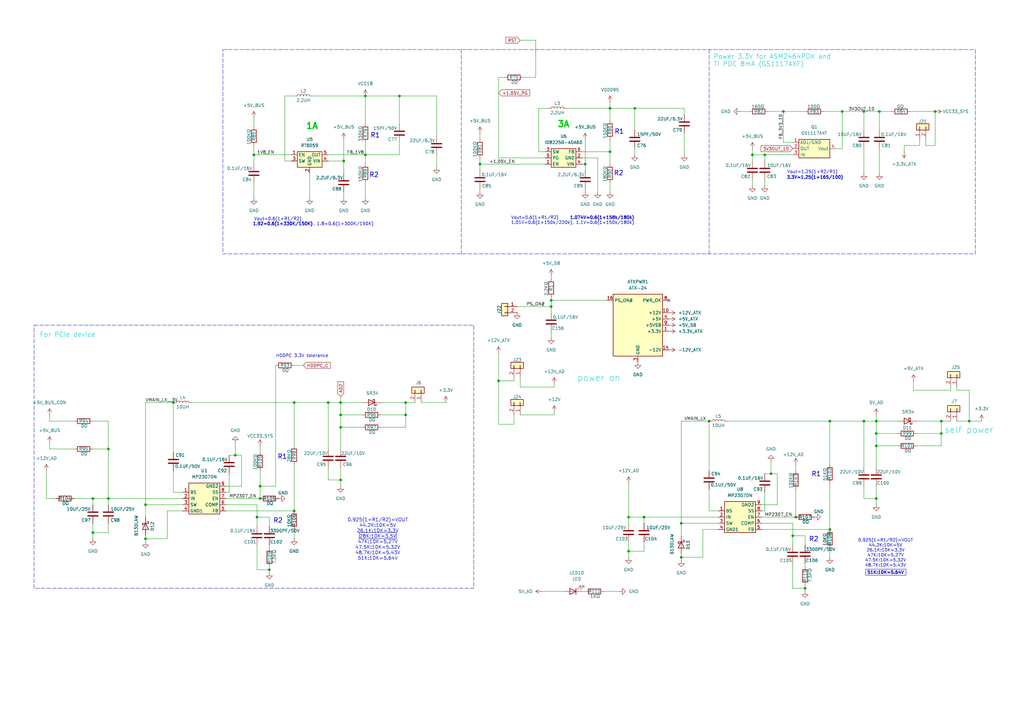
<source format=kicad_sch>
(kicad_sch (version 20250114) (generator "eeschema") (generator_version "9.0")
  (paper "A3")
  (rectangle (start 91.44 20.32) (end 400.05 104.14) (stroke (width 0) (type dash)))
  (rectangle (start 355.092 233.426) (end 371.602 235.966))
  (rectangle (start 13.97 133.35) (end 194.31 241.3) (stroke (width 0) (type dash)))
  (rectangle (start 147.32 218.44) (end 162.56 220.98))
  (text "Power 3.3V for ASM2464PDX and\nTI PDC 8mA (GS1117AXF)" (at 292.608 24.892 0) (effects (font (size 1.905 1.905)) (justify left)))
  (text "Vout=0.6(1+R1/R2)\n                         , 1.8=0.6(1+300K/150K)" (at 104.14 90.932 0) (effects (font (size 1.27 1.27)) (justify left)))
  (text "R1" (at 332.74 194.564 0) (effects (font (size 1.905 1.905) (thickness 0.254) (bold yes)) (justify left)))
  (text "Vout=1.25(1+R2/R1)" (at 333.248 70.612 0) (effects (font (size 1.27 1.27))))
  (text "R2" (at 331.724 221.234 0) (effects (font (size 1.905 1.905) (thickness 0.254) (bold yes)) (justify left)))
  (text "R1" (at 151.892 55.626 0) (effects (font (size 1.905 1.905) (thickness 0.254) (bold yes)) (justify left)))
  (text "R1" (at 251.968 54.102 0) (effects (font (size 1.905 1.905) (thickness 0.254) (bold yes)) (justify left)))
  (text "power on" (at 236.728 155.194 0) (effects (font (size 2.54 2.54)) (justify left)))
  (text "R2\n" (at 251.714 71.12 0) (effects (font (size 1.905 1.905) (thickness 0.254) (bold yes)) (justify left)))
  (text "1A" (at 128.016 51.816 0) (effects (font (size 2.54 2.54) (thickness 0.508) (bold yes))))
  (text "1.074V=0.6(1+158k/180k)" (at 233.68 89.408 0) (effects (font (size 1.27 1.27) (thickness 0.254) (bold yes)) (justify left)))
  (text "R2\n" (at 151.384 71.882 0) (effects (font (size 1.905 1.905) (thickness 0.254) (bold yes)) (justify left)))
  (text "1.92=0.6(1+330K/150K)" (at 103.632 91.948 0) (effects (font (size 1.27 1.27) (thickness 0.254) (bold yes)) (justify left)))
  (text "3.3V=1.25(1+165/100)" (at 334.264 72.898 0) (effects (font (size 1.27 1.27) (thickness 0.254) (bold yes))))
  (text "3A" (at 231.14 51.054 0) (effects (font (size 2.54 2.54) (thickness 0.508) (bold yes))))
  (text "Vout=0.6(1+R1/R2)\n1.01V=0.6(1+150k/220k), 1.1V=0.6(1+150k/180k)" (at 209.55 90.424 0) (effects (font (size 1.27 1.27)) (justify left)))
  (text "self power" (at 387.35 176.53 0) (effects (font (size 2.54 2.54)) (justify left)))
  (text "For PCIe device" (at 16.256 137.414 0) (effects (font (size 1.905 1.905)) (justify left)))
  (text "0.925(1+R1/R2)=VOUT\n44.2K:10K=5V\n26.1K:10K=3.3V\n47K:10K=5.27V\n47.5K:10K=5.32V\n48.7K:10K=5.43V\n" (at 363.22 226.822 0) (effects (font (size 1.27 1.27))))
  (text "R2\n" (at 112.014 213.614 0) (effects (font (size 1.905 1.905) (thickness 0.254) (bold yes)) (justify left)))
  (text "51K:10K=5.64V" (at 363.22 234.95 0) (effects (font (size 1.27 1.27) (thickness 0.254) (bold yes))))
  (text "R1" (at 113.792 187.452 0) (effects (font (size 1.905 1.905) (thickness 0.254) (bold yes)) (justify left)))
  (text "HDDPC 3.3V tolerance" (at 123.952 146.05 0) (effects (font (size 1.27 1.27))))
  (text "0.925(1+R1/R2)=VOUT\n44.2K:10K=5V\n26.1K:10K=3.3V\n28K:10K=3.5V\n47K:10K=5.27V\n47.5K:10K=5.32V\n48.7K:10K=5.43V\n51K:10K=5.64V" (at 154.94 221.234 0) (effects (font (size 1.397 1.397))))
  (junction (at 38.1 218.44))
  (junction (at 204.47 156.21))
  (junction (at 96.52 186.69))
  (junction (at 104.14 63.5))
  (junction (at 250.19 62.23))
  (junction (at 166.37 165.1))
  (junction (at 139.7 196.85))
  (junction (at 359.41 182.88))
  (junction (at 226.06 125.73))
  (junction (at 260.35 44.45))
  (junction (at 360.68 45.72))
  (junction (at 325.12 219.71))
  (junction (at 106.68 199.39))
  (junction (at 226.06 123.19))
  (junction (at 386.08 177.8))
  (junction (at 316.23 194.31))
  (junction (at 257.81 226.06))
  (junction (at 340.36 217.17))
  (junction (at 149.86 39.37))
  (junction (at 134.62 165.1))
  (junction (at 279.4 214.63))
  (junction (at 264.16 212.09))
  (junction (at 383.54 45.72))
  (junction (at 59.69 207.01))
  (junction (at 163.83 39.37))
  (junction (at 359.41 172.72))
  (junction (at 139.7 175.26))
  (junction (at 166.37 170.18))
  (junction (at 59.69 220.98))
  (junction (at 321.31 45.72))
  (junction (at 354.33 45.72))
  (junction (at 354.33 172.72))
  (junction (at 139.7 165.1))
  (junction (at 105.41 212.09))
  (junction (at 240.03 67.31))
  (junction (at 397.51 172.72))
  (junction (at 250.19 44.45))
  (junction (at 140.97 66.04))
  (junction (at 290.83 172.72))
  (junction (at 44.45 184.15))
  (junction (at 313.69 63.5))
  (junction (at 110.49 233.68))
  (junction (at 120.65 209.55))
  (junction (at 326.39 212.09))
  (junction (at 386.08 172.72))
  (junction (at 279.4 228.6))
  (junction (at 359.41 204.47))
  (junction (at 71.12 165.1))
  (junction (at 345.44 45.72))
  (junction (at 308.61 63.5))
  (junction (at 149.86 63.5))
  (junction (at 139.7 170.18))
  (junction (at 120.65 165.1))
  (junction (at 340.36 172.72))
  (junction (at 359.41 177.8))
  (junction (at 38.1 204.47))
  (junction (at 196.85 67.31))
  (junction (at 257.81 212.09))
  (junction (at 106.68 204.47))
  (junction (at 330.2 241.3))
  (junction (at 44.45 204.47))
  (no_connect (at 274.32 123.19))
  (wire (pts (xy 354.33 45.72) (xy 354.33 53.34)))
  (wire (pts (xy 354.33 199.39) (xy 354.33 204.47)))
  (wire (pts (xy 303.53 45.72) (xy 307.34 45.72)))
  (wire (pts (xy 163.83 63.5) (xy 149.86 63.5)))
  (wire (pts (xy 392.43 160.02) (xy 397.51 160.02)))
  (wire (pts (xy 92.71 209.55) (xy 120.65 209.55)))
  (wire (pts (xy 279.4 172.72) (xy 290.83 172.72)))
  (wire (pts (xy 250.19 74.93) (xy 250.19 78.74)))
  (wire (pts (xy 226.06 125.73) (xy 226.06 128.27)))
  (wire (pts (xy 134.62 165.1) (xy 139.7 165.1)))
  (wire (pts (xy 280.67 46.99) (xy 280.67 44.45)))
  (wire (pts (xy 163.83 58.42) (xy 163.83 63.5)))
  (wire (pts (xy 213.36 158.75) (xy 227.33 158.75)))
  (wire (pts (xy 59.69 220.98) (xy 59.69 222.25)))
  (wire (pts (xy 354.33 191.77) (xy 354.33 172.72)))
  (wire (pts (xy 279.4 227.33) (xy 279.4 228.6)))
  (wire (pts (xy 325.12 231.14) (xy 325.12 241.3)))
  (wire (pts (xy 44.45 172.72) (xy 44.45 184.15)))
  (wire (pts (xy 93.98 201.93) (xy 92.71 201.93)))
  (wire (pts (xy 377.19 59.69) (xy 377.19 57.15)))
  (wire (pts (xy 325.12 223.52) (xy 325.12 219.71)))
  (wire (pts (xy 44.45 204.47) (xy 38.1 204.47)))
  (wire (pts (xy 354.33 204.47) (xy 359.41 204.47)))
  (wire (pts (xy 294.64 212.09) (xy 264.16 212.09)))
  (wire (pts (xy 116.84 66.04) (xy 119.38 66.04)))
  (wire (pts (xy 359.41 204.47) (xy 359.41 207.01)))
  (wire (pts (xy 359.41 170.18) (xy 359.41 172.72)))
  (wire (pts (xy 134.62 63.5) (xy 149.86 63.5)))
  (wire (pts (xy 196.85 54.61) (xy 196.85 57.15)))
  (wire (pts (xy 373.38 45.72) (xy 383.54 45.72)))
  (wire (pts (xy 340.36 172.72) (xy 354.33 172.72)))
  (wire (pts (xy 120.65 39.37) (xy 116.84 39.37)))
  (wire (pts (xy 325.12 214.63) (xy 312.42 214.63)))
  (wire (pts (xy 312.42 212.09) (xy 326.39 212.09)))
  (wire (pts (xy 38.1 218.44) (xy 38.1 220.98)))
  (wire (pts (xy 227.33 168.91) (xy 227.33 170.18)))
  (wire (pts (xy 226.06 113.03) (xy 226.06 114.3)))
  (wire (pts (xy 106.68 182.88) (xy 106.68 185.42)))
  (wire (pts (xy 106.68 199.39) (xy 106.68 193.04)))
  (wire (pts (xy 354.33 60.96) (xy 354.33 71.12)))
  (wire (pts (xy 325.12 241.3) (xy 330.2 241.3)))
  (wire (pts (xy 280.67 44.45) (xy 260.35 44.45)))
  (wire (pts (xy 240.03 77.47) (xy 240.03 78.74)))
  (wire (pts (xy 288.29 217.17) (xy 288.29 228.6)))
  (wire (pts (xy 139.7 175.26) (xy 139.7 184.15)))
  (wire (pts (xy 227.33 158.75) (xy 227.33 157.48)))
  (wire (pts (xy 330.2 241.3) (xy 330.2 242.57)))
  (wire (pts (xy 313.69 76.2) (xy 313.69 73.66)))
  (wire (pts (xy 134.62 184.15) (xy 134.62 165.1)))
  (wire (pts (xy 105.41 223.52) (xy 105.41 233.68)))
  (wire (pts (xy 279.4 228.6) (xy 279.4 229.87)))
  (wire (pts (xy 139.7 191.77) (xy 139.7 196.85)))
  (wire (pts (xy 330.2 240.03) (xy 330.2 241.3)))
  (wire (pts (xy 330.2 231.14) (xy 330.2 232.41)))
  (wire (pts (xy 389.89 160.02) (xy 374.65 160.02)))
  (wire (pts (xy 294.64 217.17) (xy 288.29 217.17)))
  (wire (pts (xy 134.62 196.85) (xy 139.7 196.85)))
  (wire (pts (xy 238.76 64.77) (xy 245.11 64.77)))
  (wire (pts (xy 330.2 45.72) (xy 321.31 45.72)))
  (wire (pts (xy 44.45 218.44) (xy 38.1 218.44)))
  (wire (pts (xy 321.31 45.72) (xy 321.31 58.42)))
  (wire (pts (xy 120.65 217.17) (xy 120.65 220.98)))
  (wire (pts (xy 250.19 41.91) (xy 250.19 44.45)))
  (wire (pts (xy 223.52 67.31) (xy 196.85 67.31)))
  (wire (pts (xy 120.65 165.1) (xy 134.62 165.1)))
  (wire (pts (xy 110.49 223.52) (xy 110.49 224.79)))
  (wire (pts (xy 105.41 212.09) (xy 105.41 207.01)))
  (wire (pts (xy 370.84 59.69) (xy 370.84 62.23)))
  (wire (pts (xy 38.1 172.72) (xy 44.45 172.72)))
  (polyline (pts (xy 189.23 20.32) (xy 189.23 104.14)) (stroke (width 0) (type dash)))
  (wire (pts (xy 360.68 53.34) (xy 360.68 45.72)))
  (wire (pts (xy 260.35 60.96) (xy 260.35 63.5)))
  (wire (pts (xy 294.64 209.55) (xy 290.83 209.55)))
  (wire (pts (xy 20.32 184.15) (xy 30.48 184.15)))
  (wire (pts (xy 105.41 233.68) (xy 110.49 233.68)))
  (wire (pts (xy 226.06 121.92) (xy 226.06 123.19)))
  (wire (pts (xy 113.03 149.86) (xy 113.03 199.39)))
  (wire (pts (xy 257.81 212.09) (xy 257.81 214.63)))
  (wire (pts (xy 179.07 39.37) (xy 163.83 39.37)))
  (wire (pts (xy 374.65 160.02) (xy 374.65 156.21)))
  (wire (pts (xy 92.71 199.39) (xy 99.06 199.39)))
  (wire (pts (xy 226.06 123.19) (xy 226.06 125.73)))
  (wire (pts (xy 179.07 55.88) (xy 179.07 39.37)))
  (wire (pts (xy 116.84 39.37) (xy 116.84 66.04)))
  (wire (pts (xy 280.67 54.61) (xy 280.67 63.5)))
  (wire (pts (xy 290.83 209.55) (xy 290.83 200.66)))
  (wire (pts (xy 360.68 45.72) (xy 365.76 45.72)))
  (wire (pts (xy 240.03 57.15) (xy 240.03 67.31)))
  (wire (pts (xy 149.86 39.37) (xy 149.86 50.8)))
  (wire (pts (xy 250.19 62.23) (xy 250.19 67.31)))
  (wire (pts (xy 264.16 212.09) (xy 264.16 214.63)))
  (wire (pts (xy 166.37 170.18) (xy 166.37 165.1)))
  (wire (pts (xy 220.98 62.23) (xy 223.52 62.23)))
  (wire (pts (xy 397.51 172.72) (xy 402.59 172.72)))
  (wire (pts (xy 375.92 182.88) (xy 386.08 182.88)))
  (wire (pts (xy 120.65 149.86) (xy 124.46 149.86)))
  (wire (pts (xy 139.7 170.18) (xy 148.59 170.18)))
  (wire (pts (xy 279.4 214.63) (xy 279.4 219.71)))
  (polyline (pts (xy 290.83 20.32) (xy 290.83 104.14)) (stroke (width 0) (type dash)))
  (wire (pts (xy 78.74 165.1) (xy 120.65 165.1)))
  (wire (pts (xy 139.7 162.56) (xy 139.7 165.1)))
  (wire (pts (xy 149.86 74.93) (xy 149.86 81.28)))
  (wire (pts (xy 20.32 172.72) (xy 30.48 172.72)))
  (wire (pts (xy 38.1 204.47) (xy 38.1 207.01)))
  (wire (pts (xy 226.06 123.19) (xy 248.92 123.19)))
  (wire (pts (xy 139.7 170.18) (xy 139.7 175.26)))
  (wire (pts (xy 354.33 172.72) (xy 359.41 172.72)))
  (wire (pts (xy 314.96 45.72) (xy 321.31 45.72)))
  (wire (pts (xy 359.41 182.88) (xy 368.3 182.88)))
  (wire (pts (xy 290.83 193.04) (xy 290.83 172.72)))
  (wire (pts (xy 220.98 44.45) (xy 220.98 62.23)))
  (wire (pts (xy 313.69 209.55) (xy 313.69 201.93)))
  (wire (pts (xy 139.7 196.85) (xy 139.7 199.39)))
  (wire (pts (xy 104.14 74.93) (xy 104.14 81.28)))
  (wire (pts (xy 359.41 172.72) (xy 368.3 172.72)))
  (wire (pts (xy 313.69 63.5) (xy 313.69 66.04)))
  (wire (pts (xy 134.62 191.77) (xy 134.62 196.85)))
  (wire (pts (xy 30.48 204.47) (xy 38.1 204.47)))
  (wire (pts (xy 313.69 194.31) (xy 316.23 194.31)))
  (wire (pts (xy 204.47 31.75) (xy 207.01 31.75)))
  (wire (pts (xy 71.12 201.93) (xy 71.12 193.04)))
  (wire (pts (xy 204.47 173.99) (xy 210.82 173.99)))
  (wire (pts (xy 345.44 60.96) (xy 345.44 45.72)))
  (wire (pts (xy 224.79 44.45) (xy 220.98 44.45)))
  (wire (pts (xy 59.69 165.1) (xy 71.12 165.1)))
  (wire (pts (xy 257.81 226.06) (xy 257.81 228.6)))
  (wire (pts (xy 204.47 156.21) (xy 204.47 173.99)))
  (wire (pts (xy 318.77 194.31) (xy 318.77 207.01)))
  (wire (pts (xy 74.93 209.55) (xy 68.58 209.55)))
  (wire (pts (xy 149.86 63.5) (xy 149.86 67.31)))
  (wire (pts (xy 140.97 71.12) (xy 140.97 66.04)))
  (wire (pts (xy 99.06 186.69) (xy 99.06 199.39)))
  (wire (pts (xy 140.97 57.15) (xy 140.97 66.04)))
  (wire (pts (xy 316.23 194.31) (xy 316.23 189.23)))
  (wire (pts (xy 163.83 39.37) (xy 149.86 39.37)))
  (wire (pts (xy 104.14 63.5) (xy 119.38 63.5)))
  (wire (pts (xy 104.14 48.26) (xy 104.14 52.07)))
  (wire (pts (xy 232.41 44.45) (xy 250.19 44.45)))
  (wire (pts (xy 44.45 184.15) (xy 44.45 204.47)))
  (wire (pts (xy 71.12 185.42) (xy 71.12 165.1)))
  (wire (pts (xy 140.97 78.74) (xy 140.97 81.28)))
  (wire (pts (xy 93.98 186.69) (xy 96.52 186.69)))
  (wire (pts (xy 127 71.12) (xy 127 81.28)))
  (wire (pts (xy 325.12 219.71) (xy 325.12 214.63)))
  (wire (pts (xy 247.65 242.57) (xy 254 242.57)))
  (wire (pts (xy 196.85 67.31) (xy 196.85 69.85)))
  (wire (pts (xy 19.05 204.47) (xy 19.05 193.04)))
  (wire (pts (xy 166.37 165.1) (xy 170.18 165.1)))
  (wire (pts (xy 214.63 31.75) (xy 219.71 31.75)))
  (wire (pts (xy 308.61 76.2) (xy 308.61 73.66)))
  (wire (pts (xy 140.97 66.04) (xy 134.62 66.04)))
  (wire (pts (xy 354.33 45.72) (xy 360.68 45.72)))
  (wire (pts (xy 74.93 201.93) (xy 71.12 201.93)))
  (wire (pts (xy 68.58 209.55) (xy 68.58 220.98)))
  (wire (pts (xy 74.93 204.47) (xy 44.45 204.47)))
  (wire (pts (xy 59.69 207.01) (xy 74.93 207.01)))
  (wire (pts (xy 226.06 135.89) (xy 226.06 138.43)))
  (wire (pts (xy 313.69 63.5) (xy 325.12 63.5)))
  (wire (pts (xy 212.09 125.73) (xy 226.06 125.73)))
  (wire (pts (xy 68.58 220.98) (xy 59.69 220.98)))
  (wire (pts (xy 279.4 172.72) (xy 279.4 214.63)))
  (wire (pts (xy 360.68 60.96) (xy 360.68 71.12)))
  (wire (pts (xy 104.14 59.69) (xy 104.14 63.5)))
  (wire (pts (xy 105.41 215.9) (xy 105.41 212.09)))
  (wire (pts (xy 312.42 207.01) (xy 318.77 207.01)))
  (wire (pts (xy 105.41 207.01) (xy 92.71 207.01)))
  (wire (pts (xy 392.43 172.72) (xy 397.51 172.72)))
  (wire (pts (xy 110.49 212.09) (xy 105.41 212.09)))
  (wire (pts (xy 149.86 58.42) (xy 149.86 63.5)))
  (wire (pts (xy 337.82 45.72) (xy 345.44 45.72)))
  (wire (pts (xy 257.81 198.12) (xy 257.81 212.09)))
  (wire (pts (xy 308.61 60.96) (xy 308.61 63.5)))
  (wire (pts (xy 260.35 53.34) (xy 260.35 44.45)))
  (wire (pts (xy 312.42 217.17) (xy 340.36 217.17)))
  (wire (pts (xy 139.7 165.1) (xy 139.7 170.18)))
  (wire (pts (xy 359.41 199.39) (xy 359.41 204.47)))
  (wire (pts (xy 238.76 62.23) (xy 250.19 62.23)))
  (wire (pts (xy 210.82 156.21) (xy 204.47 156.21)))
  (wire (pts (xy 321.31 58.42) (xy 325.12 58.42)))
  (wire (pts (xy 172.72 165.1) (xy 182.88 165.1)))
  (wire (pts (xy 264.16 212.09) (xy 257.81 212.09)))
  (wire (pts (xy 210.82 154.94) (xy 210.82 156.21)))
  (wire (pts (xy 204.47 144.78) (xy 204.47 156.21)))
  (wire (pts (xy 20.32 170.18) (xy 20.32 172.72)))
  (wire (pts (xy 298.45 172.72) (xy 340.36 172.72)))
  (wire (pts (xy 196.85 77.47) (xy 196.85 78.74)))
  (wire (pts (xy 359.41 172.72) (xy 359.41 177.8)))
  (wire (pts (xy 392.43 158.75) (xy 392.43 160.02)))
  (wire (pts (xy 330.2 219.71) (xy 325.12 219.71)))
  (wire (pts (xy 156.21 170.18) (xy 166.37 170.18)))
  (wire (pts (xy 213.36 16.51) (xy 219.71 16.51)))
  (wire (pts (xy 238.76 242.57) (xy 240.03 242.57)))
  (wire (pts (xy 44.45 204.47) (xy 44.45 207.01)))
  (wire (pts (xy 59.69 219.71) (xy 59.69 220.98)))
  (wire (pts (xy 288.29 228.6) (xy 279.4 228.6)))
  (wire (pts (xy 179.07 63.5) (xy 179.07 68.58)))
  (wire (pts (xy 59.69 207.01) (xy 59.69 212.09)))
  (wire (pts (xy 38.1 184.15) (xy 44.45 184.15)))
  (wire (pts (xy 128.27 39.37) (xy 149.86 39.37)))
  (wire (pts (xy 250.19 44.45) (xy 250.19 49.53)))
  (wire (pts (xy 375.92 177.8) (xy 386.08 177.8)))
  (wire (pts (xy 359.41 177.8) (xy 359.41 182.88)))
  (wire (pts (xy 204.47 64.77) (xy 223.52 64.77)))
  (wire (pts (xy 379.73 57.15) (xy 379.73 59.69)))
  (wire (pts (xy 196.85 67.31) (xy 196.85 64.77)))
  (wire (pts (xy 397.51 160.02) (xy 397.51 172.72)))
  (wire (pts (xy 386.08 177.8) (xy 386.08 182.88)))
  (wire (pts (xy 370.84 59.69) (xy 377.19 59.69)))
  (wire (pts (xy 166.37 170.18) (xy 166.37 175.26)))
  (wire (pts (xy 93.98 201.93) (xy 93.98 194.31)))
  (wire (pts (xy 308.61 63.5) (xy 313.69 63.5)))
  (wire (pts (xy 264.16 226.06) (xy 257.81 226.06)))
  (wire (pts (xy 264.16 222.25) (xy 264.16 226.06)))
  (wire (pts (xy 120.65 190.5) (xy 120.65 209.55)))
  (wire (pts (xy 44.45 214.63) (xy 44.45 218.44)))
  (wire (pts (xy 106.68 204.47) (xy 106.68 199.39)))
  (wire (pts (xy 219.71 16.51) (xy 219.71 31.75)))
  (wire (pts (xy 308.61 63.5) (xy 308.61 66.04)))
  (wire (pts (xy 110.49 215.9) (xy 110.49 212.09)))
  (wire (pts (xy 210.82 173.99) (xy 210.82 170.18)))
  (wire (pts (xy 20.32 181.61) (xy 20.32 184.15)))
  (wire (pts (xy 386.08 172.72) (xy 389.89 172.72)))
  (wire (pts (xy 213.36 154.94) (xy 213.36 158.75)))
  (wire (pts (xy 260.35 44.45) (xy 250.19 44.45)))
  (wire (pts (xy 139.7 175.26) (xy 148.59 175.26)))
  (wire (pts (xy 222.25 242.57) (xy 231.14 242.57)))
  (wire (pts (xy 359.41 182.88) (xy 359.41 191.77)))
  (wire (pts (xy 386.08 177.8) (xy 386.08 172.72)))
  (wire (pts (xy 213.36 170.18) (xy 227.33 170.18)))
  (wire (pts (xy 156.21 165.1) (xy 166.37 165.1)))
  (wire (pts (xy 326.39 200.66) (xy 326.39 212.09)))
  (wire (pts (xy 99.06 186.69) (xy 96.52 186.69)))
  (wire (pts (xy 389.89 158.75) (xy 389.89 160.02)))
  (wire (pts (xy 318.77 194.31) (xy 316.23 194.31)))
  (wire (pts (xy 345.44 45.72) (xy 354.33 45.72)))
  (wire (pts (xy 92.71 204.47) (xy 106.68 204.47)))
  (wire (pts (xy 38.1 214.63) (xy 38.1 218.44)))
  (wire (pts (xy 156.21 175.26) (xy 166.37 175.26)))
  (wire (pts (xy 245.11 64.77) (xy 245.11 78.74)))
  (wire (pts (xy 163.83 39.37) (xy 163.83 50.8)))
  (wire (pts (xy 379.73 59.69) (xy 383.54 59.69)))
  (wire (pts (xy 326.39 190.5) (xy 326.39 193.04)))
  (wire (pts (xy 383.54 59.69) (xy 383.54 45.72)))
  (wire (pts (xy 340.36 198.12) (xy 340.36 217.17)))
  (wire (pts (xy 59.69 165.1) (xy 59.69 207.01)))
  (wire (pts (xy 375.92 172.72) (xy 386.08 172.72)))
  (wire (pts (xy 330.2 223.52) (xy 330.2 219.71)))
  (wire (pts (xy 120.65 182.88) (xy 120.65 165.1)))
  (wire (pts (xy 96.52 186.69) (xy 96.52 181.61)))
  (wire (pts (xy 110.49 232.41) (xy 110.49 233.68)))
  (wire (pts (xy 238.76 67.31) (xy 240.03 67.31)))
  (wire (pts (xy 250.19 57.15) (xy 250.19 62.23)))
  (wire (pts (xy 204.47 31.75) (xy 204.47 64.77)))
  (wire (pts (xy 257.81 222.25) (xy 257.81 226.06)))
  (wire (pts (xy 340.36 224.79) (xy 340.36 228.6)))
  (wire (pts (xy 342.9 60.96) (xy 345.44 60.96)))
  (wire (pts (xy 279.4 214.63) (xy 294.64 214.63)))
  (wire (pts (xy 139.7 165.1) (xy 148.59 165.1)))
  (wire (pts (xy 240.03 67.31) (xy 240.03 69.85)))
  (wire (pts (xy 22.86 204.47) (xy 19.05 204.47)))
  (wire (pts (xy 340.36 190.5) (xy 340.36 172.72)))
  (wire (pts (xy 104.14 63.5) (xy 104.14 67.31)))
  (wire (pts (xy 110.49 233.68) (xy 110.49 234.95)))
  (wire (pts (xy 313.69 209.55) (xy 312.42 209.55)))
  (wire (pts (xy 359.41 177.8) (xy 368.3 177.8)))
  (wire (pts (xy 113.03 199.39) (xy 106.68 199.39)))
  (label "PS_ON#" (at 215.9 125.73 0))
  (label "VMAIN_LX" (at 280.67 172.72 0))
  (label "+1.05V_EN" (at 200.66 67.31 0))
  (label "MP2307_EN" (at 93.98 204.47 0))
  (label "MP2307_EN" (at 313.69 212.09 0))
  (label "FB_3V3_1D" (at 321.31 57.15 90))
  (label "VMAIN_LX__3V" (at 59.69 165.1 0))
  (label "FB_1V8" (at 142.24 63.5 0))
  (label "3V3OUT_1D" (at 347.98 45.72 0))
  (label "1V8_EN" (at 105.41 63.5 0))
  (global_label "+1.05V_PG" (shape input) (at 204.47 38.1 0) (property "Intersheetrefs" "${INTERSHEET_REFS}" (effects (hide yes))))
  (global_label "HDDPC_C" (shape input) (at 124.46 149.86 0) (property "Intersheetrefs" "${INTERSHEET_REFS}" (effects (hide yes))))
  (global_label "AD2" (shape input) (at 139.7 162.56 90) (property "Intersheetrefs" "${INTERSHEET_REFS}" (effects (hide yes))))
  (global_label "3V3OUT_1D" (shape input) (at 325.12 60.96 180) (property "Intersheetrefs" "${INTERSHEET_REFS}" (effects (hide yes))))
  (global_label "RST" (shape input) (at 213.36 16.51 180) (property "Intersheetrefs" "${INTERSHEET_REFS}" (effects (hide yes))))
  (symbol (lib_id "Device:C") (at 134.62 187.96 180) (unit 1)
    (property "Reference" "C95" (at 131.826 190.5 0))
    (property "Value" "22UF/10V" (at 129.54 185.928 0))
    (property "Footprint" "Capacitor_SMD:C_0402_1005Metric" (effects (hide yes)))
    (property "Description" "Unpolarized capacitor" (effects (hide yes)))
  )
  (symbol (lib_id "power:GND") (at 110.49 234.95 0) (unit 1)
    (property "Reference" "#PWR0141" (effects (hide yes)))
    (property "Value" "GND" (at 110.49 240.03 0))
    (property "Description" "Power symbol creates a global label with name \"GND\" , ground" (effects (hide yes)))
  )
  (symbol (lib_id "power:GND") (at 280.67 63.5 0) (unit 1)
    (property "Reference" "#PWR0108" (effects (hide yes)))
    (property "Value" "GND" (at 280.67 68.58 0))
    (property "Description" "Power symbol creates a global label with name \"GND\" , ground" (effects (hide yes)))
  )
  (symbol (lib_id "Device:R") (at 340.36 194.31 0) (unit 1)
    (property "Reference" "R102" (at 340.36 194.31 90))
    (property "Value" "51KΩ" (at 338.328 194.564 90))
    (property "Footprint" "Resistor_SMD:R_0402_1005Metric" (effects (hide yes)))
    (property "Description" "Resistor" (effects (hide yes)))
  )
  (symbol (lib_id "Device:R") (at 311.15 45.72 270) (unit 1)
    (property "Reference" "R82" (at 311.15 45.72 90))
    (property "Value" "165Ω" (at 310.896 43.688 90))
    (property "Footprint" "Resistor_SMD:R_0402_1005Metric" (effects (hide yes)))
    (property "Description" "Resistor" (effects (hide yes)))
  )
  (symbol (lib_id "power:+3.3VA") (at 274.32 133.35 270) (unit 1)
    (property "Reference" "#PWR0126" (effects (hide yes)))
    (property "Value" "+5V_SB" (at 278.13 133.3499 90) (effects (justify left)))
    (property "Description" "Power symbol creates a global label with name \"+3.3VA\"" (effects (hide yes)))
  )
  (symbol (lib_id "Device:R") (at 334.01 45.72 270) (unit 1)
    (property "Reference" "R83" (at 334.01 45.72 90))
    (property "Value" "100Ω" (at 333.756 43.688 90))
    (property "Footprint" "Resistor_SMD:R_0402_1005Metric" (effects (hide yes)))
    (property "Description" "Resistor" (effects (hide yes)))
  )
  (symbol (lib_id "Device:C") (at 308.61 69.85 180) (unit 1)
    (property "Reference" "C82" (at 305.816 72.39 0))
    (property "Value" "0.1UF/16V" (at 302.768 67.818 0))
    (property "Footprint" "Capacitor_SMD:C_0402_1005Metric" (effects (hide yes)))
    (property "Description" "Unpolarized capacitor" (effects (hide yes)))
  )
  (symbol (lib_id "power:+3.3VA") (at 106.68 182.88 0) (unit 1)
    (property "Reference" "#PWR0138" (effects (hide yes)))
    (property "Value" "VCC33_SYS" (at 101.346 178.816 0) (effects (justify left)))
    (property "Description" "Power symbol creates a global label with name \"+3.3VA\"" (effects (hide yes)))
  )
  (symbol (lib_id "Device:C") (at 330.2 227.33 0) (mirror x) (unit 1)
    (property "Reference" "C106" (at 332.994 229.87 0))
    (property "Value" "3300PF/50V" (at 336.55 225.298 0))
    (property "Footprint" "Capacitor_SMD:C_0402_1005Metric" (effects (hide yes)))
    (property "Description" "Unpolarized capacitor" (effects (hide yes)))
  )
  (symbol (lib_id "Device:R") (at 116.84 149.86 90) (unit 1)
    (property "Reference" "R93" (at 116.84 149.86 90))
    (property "Value" "0Ω" (at 117.094 151.892 90))
    (property "Footprint" "Resistor_SMD:R_0402_1005Metric" (effects (hide yes)))
    (property "Description" "Resistor" (effects (hide yes)))
  )
  (symbol (lib_id "Device:R") (at 330.2 236.22 180) (unit 1)
    (property "Reference" "R110" (at 330.2 236.22 90))
    (property "Value" "7.5KΩ" (at 332.232 235.966 90))
    (property "Footprint" "Resistor_SMD:R_0402_1005Metric" (effects (hide yes)))
    (property "Description" "Resistor" (effects (hide yes)))
  )
  (symbol (lib_id "power:GND") (at 196.85 78.74 0) (unit 1)
    (property "Reference" "#PWR0110" (effects (hide yes)))
    (property "Value" "GND" (at 196.85 83.82 0))
    (property "Description" "Power symbol creates a global label with name \"GND\" , ground" (effects (hide yes)))
  )
  (symbol (lib_id "Device:C") (at 196.85 73.66 0) (mirror x) (unit 1)
    (property "Reference" "C85" (at 199.644 76.2 0))
    (property "Value" "0.1UF/16V" (at 202.692 71.628 0))
    (property "Footprint" "Capacitor_SMD:C_0402_1005Metric" (effects (hide yes)))
    (property "Description" "Unpolarized capacitor" (effects (hide yes)))
  )
  (symbol (lib_id "power:VBUS") (at 140.97 57.15 0) (unit 1)
    (property "Reference" "#PWR097" (effects (hide yes)))
    (property "Value" "+5V_BUS" (at 140.97 52.07 0))
    (property "Description" "Power symbol creates a global label with name \"VBUS\"" (effects (hide yes)))
  )
  (symbol (lib_id "Device:R") (at 226.06 118.11 0) (unit 1)
    (property "Reference" "R1" (at 226.06 118.11 90))
    (property "Value" "2.2KΩ" (at 224.028 118.364 90))
    (property "Footprint" "Resistor_SMD:R_0402_1005Metric" (effects (hide yes)))
    (property "Description" "Resistor" (effects (hide yes)))
  )
  (symbol (lib_id "egpulib:GS1117AXF") (at 334.01 59.69 0) (unit 1)
    (property "Reference" "Q1" (at 334.01 52.07 0))
    (property "Value" "GS1117AXF" (at 334.01 54.61 0))
    (property "Footprint" "Package_TO_SOT_SMD:SOT-223" (effects (hide yes)))
  )
  (symbol (lib_id "Device:R") (at 26.67 204.47 90) (unit 1)
    (property "Reference" "R104" (at 26.67 204.47 90))
    (property "Value" "0Ω" (at 26.924 206.502 90))
    (property "Footprint" "Resistor_SMD:R_0402_1005Metric" (effects (hide yes)))
    (property "Description" "Resistor" (effects (hide yes)))
  )
  (symbol (lib_id "Connector_Generic:Conn_01x02") (at 213.36 149.86 270) (mirror x) (unit 1)
    (property "Reference" "J23" (at 210.312 147.574 90) (effects (justify left)))
    (property "Value" "Conn_01x02" (effects (hide yes)))
    (property "Footprint" "Connector_PinHeader_2.54mm:PinHeader_1x02_P2.54mm_Vertical" (effects (hide yes)))
    (property "Description" "Generic connector, single row, 01x02, script generated (kicad-library-utils/schlib/autogen/connector/)" (effects (hide yes)))
  )
  (symbol (lib_id "power:GND") (at 260.35 63.5 0) (unit 1)
    (property "Reference" "#PWR0109" (effects (hide yes)))
    (property "Value" "GND" (at 260.35 68.58 0))
    (property "Description" "Power symbol creates a global label with name \"GND\" , ground" (effects (hide yes)))
  )
  (symbol (lib_id "Device:R") (at 330.2 212.09 90) (unit 1)
    (property "Reference" "R107" (at 330.2 212.09 90))
    (property "Value" "0Ω" (at 330.454 214.122 90))
    (property "Footprint" "Resistor_SMD:R_0402_1005Metric" (effects (hide yes)))
    (property "Description" "Resistor" (effects (hide yes)))
  )
  (symbol (lib_id "Device:R") (at 104.14 55.88 0) (unit 1)
    (property "Reference" "R85" (at 104.14 55.88 90))
    (property "Value" "100KΩ" (at 102.108 56.134 90))
    (property "Footprint" "Resistor_SMD:R_0402_1005Metric" (effects (hide yes)))
    (property "Description" "Resistor" (effects (hide yes)))
  )
  (symbol (lib_id "power:GND") (at 334.01 212.09 90) (unit 1)
    (property "Reference" "#PWR0155" (effects (hide yes)))
    (property "Value" "GND" (at 333.756 209.804 90) (effects (justify right)))
    (property "Description" "Power symbol creates a global label with name \"GND\" , ground" (effects (hide yes)))
  )
  (symbol (lib_id "Connector_Generic:Conn_01x02") (at 392.43 153.67 270) (mirror x) (unit 1)
    (property "Reference" "J25" (at 390.144 150.622 90) (effects (justify left)))
    (property "Value" "Conn_01x02" (effects (hide yes)))
    (property "Footprint" "Connector_PinHeader_2.54mm:PinHeader_1x02_P2.54mm_Vertical" (effects (hide yes)))
    (property "Description" "Generic connector, single row, 01x02, script generated (kicad-library-utils/schlib/autogen/connector/)" (effects (hide yes)))
  )
  (symbol (lib_id "Device:R") (at 149.86 54.61 0) (unit 1)
    (property "Reference" "R79" (at 149.86 54.61 90))
    (property "Value" "330KΩ" (at 147.828 54.864 90))
    (property "Footprint" "Resistor_SMD:R_0402_1005Metric" (effects (hide yes)))
    (property "Description" "Resistor" (effects (hide yes)))
  )
  (symbol (lib_id "power:+3.3VA") (at 227.33 157.48 0) (unit 1)
    (property "Reference" "#PWR0132" (effects (hide yes)))
    (property "Value" "+12V_AD" (at 227.33 152.4 0))
    (property "Description" "Power symbol creates a global label with name \"+3.3VA\"" (effects (hide yes)))
  )
  (symbol (lib_id "power:+3.3VA") (at 359.41 170.18 0) (unit 1)
    (property "Reference" "#PWR0159" (effects (hide yes)))
    (property "Value" "5V_AD" (at 359.41 165.1 0))
    (property "Description" "Power symbol creates a global label with name \"+3.3VA\"" (effects (hide yes)))
  )
  (symbol (lib_id "Device:C") (at 360.68 57.15 0) (mirror x) (unit 1)
    (property "Reference" "C81" (at 363.474 59.69 0))
    (property "Value" "0.1UF/16V" (at 366.522 55.118 0))
    (property "Footprint" "Capacitor_SMD:C_0402_1005Metric" (effects (hide yes)))
    (property "Description" "Unpolarized capacitor" (effects (hide yes)))
  )
  (symbol (lib_id "power:+3.3VA") (at 182.88 165.1 0) (unit 1)
    (property "Reference" "#PWR0135" (effects (hide yes)))
    (property "Value" "+3.3V" (at 182.88 160.02 0))
    (property "Description" "Power symbol creates a global label with name \"+3.3VA\"" (effects (hide yes)))
  )
  (symbol (lib_id "Device:C") (at 325.12 227.33 180) (unit 1)
    (property "Reference" "C105" (at 322.326 229.87 0))
    (property "Value" "0.1UF/16V" (at 319.278 225.298 0))
    (property "Footprint" "Capacitor_SMD:C_0402_1005Metric" (effects (hide yes)))
    (property "Description" "Unpolarized capacitor" (effects (hide yes)))
  )
  (symbol (lib_id "Device:C") (at 257.81 218.44 180) (unit 1)
    (property "Reference" "C103" (at 255.016 220.98 0))
    (property "Value" "10UF/25V" (at 251.968 216.408 0))
    (property "Footprint" "Capacitor_SMD:C_0402_1005Metric" (effects (hide yes)))
    (property "Description" "Unpolarized capacitor" (effects (hide yes)))
  )
  (symbol (lib_id "Device:R") (at 243.84 242.57 90) (unit 1)
    (property "Reference" "R111" (at 243.84 242.57 90))
    (property "Value" "1KΩ" (at 244.094 244.602 90))
    (property "Footprint" "Resistor_SMD:R_0402_1005Metric" (effects (hide yes)))
    (property "Description" "Resistor" (effects (hide yes)))
  )
  (symbol (lib_id "Device:C") (at 163.83 54.61 180) (unit 1)
    (property "Reference" "C77" (at 161.036 57.15 0))
    (property "Value" "15PF/50V" (at 157.988 52.578 0))
    (property "Footprint" "Capacitor_SMD:C_0402_1005Metric" (effects (hide yes)))
    (property "Description" "Unpolarized capacitor" (effects (hide yes)))
  )
  (symbol (lib_id "Device:R") (at 326.39 196.85 0) (unit 1)
    (property "Reference" "R103" (at 326.39 196.85 90))
    (property "Value" "100KΩ" (at 324.358 197.104 90))
    (property "Footprint" "Resistor_SMD:R_0402_1005Metric" (effects (hide yes)))
    (property "Description" "Resistor" (effects (hide yes)))
  )
  (symbol (lib_id "power:GND") (at 313.69 76.2 0) (unit 1)
    (property "Reference" "#PWR0115" (effects (hide yes)))
    (property "Value" "GND" (at 313.69 81.28 0))
    (property "Description" "Power symbol creates a global label with name \"GND\" , ground" (effects (hide yes)))
  )
  (symbol (lib_id "Device:R") (at 196.85 60.96 0) (unit 1)
    (property "Reference" "R81" (at 196.85 60.96 90))
    (property "Value" "100KΩ" (at 194.818 61.214 90))
    (property "Footprint" "Resistor_SMD:R_0402_1005Metric" (effects (hide yes)))
    (property "Description" "Resistor" (effects (hide yes)))
  )
  (symbol (lib_id "Device:R") (at 120.65 213.36 0) (unit 1)
    (property "Reference" "R106" (at 120.65 213.36 90))
    (property "Value" "10KΩ" (at 118.618 213.614 90))
    (property "Footprint" "Resistor_SMD:R_0402_1005Metric" (effects (hide yes)))
    (property "Description" "Resistor" (effects (hide yes)))
  )
  (symbol (lib_id "power:VDD") (at 250.19 41.91 0) (unit 1)
    (property "Reference" "#PWR0103" (effects (hide yes)))
    (property "Value" "VDD095" (at 250.19 36.83 0))
    (property "Description" "Power symbol creates a global label with name \"VDD\"" (effects (hide yes)))
  )
  (symbol (lib_id "Device:C") (at 354.33 57.15 180) (unit 1)
    (property "Reference" "C80" (at 351.536 59.69 0))
    (property "Value" "10UF/16V" (at 348.488 55.118 0))
    (property "Footprint" "Capacitor_SMD:C_0402_1005Metric" (effects (hide yes)))
    (property "Description" "Unpolarized capacitor" (effects (hide yes)))
  )
  (symbol (lib_id "power:GND") (at 303.53 45.72 270) (unit 1)
    (property "Reference" "#PWR0121" (effects (hide yes)))
    (property "Value" "GND" (at 299.72 45.7199 90) (effects (justify right)))
    (property "Description" "Power symbol creates a global label with name \"GND\" , ground" (effects (hide yes)))
  )
  (symbol (lib_id "power:GND") (at 140.97 81.28 0) (unit 1)
    (property "Reference" "#PWR037" (effects (hide yes)))
    (property "Value" "GND" (at 140.97 86.36 0))
    (property "Description" "Power symbol creates a global label with name \"GND\" , ground" (effects (hide yes)))
  )
  (symbol (lib_id "Device:R") (at 152.4 170.18 90) (unit 1)
    (property "Reference" "R96" (at 152.4 170.18 90))
    (property "Value" "0Ω" (at 152.654 172.212 90))
    (property "Footprint" "Resistor_SMD:R_0402_1005Metric" (effects (hide yes)))
    (property "Description" "Resistor" (effects (hide yes)))
  )
  (symbol (lib_id "power:GND") (at 316.23 189.23 180) (unit 1)
    (property "Reference" "#PWR0152" (effects (hide yes)))
    (property "Value" "GND" (at 316.23 184.15 0))
    (property "Description" "Power symbol creates a global label with name \"GND\" , ground" (effects (hide yes)))
  )
  (symbol (lib_id "Device:R") (at 250.19 71.12 0) (unit 1)
    (property "Reference" "R90" (at 250.19 71.12 90))
    (property "Value" "180KΩ" (at 248.158 71.374 90))
    (property "Footprint" "Resistor_SMD:R_0402_1005Metric" (effects (hide yes)))
    (property "Description" "Resistor" (effects (hide yes)))
  )
  (symbol (lib_id "Device:R") (at 110.49 228.6 180) (unit 1)
    (property "Reference" "R109" (at 110.49 228.6 90))
    (property "Value" "7.5KΩ" (at 112.522 228.346 90))
    (property "Footprint" "Resistor_SMD:R_0402_1005Metric" (effects (hide yes)))
    (property "Description" "Resistor" (effects (hide yes)))
  )
  (symbol (lib_id "power:GND") (at 59.69 222.25 0) (unit 1)
    (property "Reference" "#PWR0140" (effects (hide yes)))
    (property "Value" "GND" (at 59.69 227.33 0))
    (property "Description" "Power symbol creates a global label with name \"GND\" , ground" (effects (hide yes)))
  )
  (symbol (lib_id "power:+3.3VA") (at 19.05 193.04 0) (unit 1)
    (property "Reference" "#PWR0144" (effects (hide yes)))
    (property "Value" "+12V_AD" (at 19.05 187.96 0))
    (property "Description" "Power symbol creates a global label with name \"+3.3VA\"" (effects (hide yes)))
  )
  (symbol (lib_id "Device:R") (at 34.29 184.15 90) (unit 1)
    (property "Reference" "R95" (at 34.29 184.15 90))
    (property "Value" "0Ω" (at 34.544 186.182 90))
    (property "Footprint" "Resistor_SMD:R_0402_1005Metric" (effects (hide yes)))
    (property "Description" "Resistor" (effects (hide yes)))
  )
  (symbol (lib_id "egpulib:RT8059") (at 127 64.77 0) (unit 1)
    (property "Reference" "U5" (at 127 57.15 0))
    (property "Value" "RT8059" (at 127 59.69 0))
    (property "Footprint" "Package_TO_SOT_SMD:TSOT-23-5" (effects (hide yes)))
  )
  (symbol (lib_id "Device:C") (at 38.1 210.82 180) (unit 1)
    (property "Reference" "C97" (at 35.306 213.36 0))
    (property "Value" "10UF/25V" (at 32.258 208.788 0))
    (property "Footprint" "Capacitor_SMD:C_0402_1005Metric" (effects (hide yes)))
    (property "Description" "Unpolarized capacitor" (effects (hide yes)))
  )
  (symbol (lib_id "power:GND") (at 179.07 68.58 0) (unit 1)
    (property "Reference" "#PWR0100" (effects (hide yes)))
    (property "Value" "GND" (at 179.07 73.66 0))
    (property "Description" "Power symbol creates a global label with name \"GND\" , ground" (effects (hide yes)))
  )
  (symbol (lib_id "Device:C") (at 105.41 219.71 180) (unit 1)
    (property "Reference" "C101" (at 102.616 222.25 0))
    (property "Value" "0.1UF/16V" (at 99.568 217.678 0))
    (property "Footprint" "Capacitor_SMD:C_0402_1005Metric" (effects (hide yes)))
    (property "Description" "Unpolarized capacitor" (effects (hide yes)))
  )
  (symbol (lib_id "power:VBUS") (at 240.03 57.15 0) (unit 1)
    (property "Reference" "#PWR0107" (effects (hide yes)))
    (property "Value" "+5V_BUS" (at 240.03 52.07 0))
    (property "Description" "Power symbol creates a global label with name \"VBUS\"" (effects (hide yes)))
  )
  (symbol (lib_id "Device:C") (at 179.07 59.69 180) (unit 1)
    (property "Reference" "C78" (at 176.276 62.23 0))
    (property "Value" "22UF/6.3V" (at 173.228 57.658 0))
    (property "Footprint" "Capacitor_SMD:C_0402_1005Metric" (effects (hide yes)))
    (property "Description" "Unpolarized capacitor" (effects (hide yes)))
  )
  (symbol (lib_id "Device:C") (at 140.97 74.93 180) (unit 1)
    (property "Reference" "C88" (at 138.176 77.47 0))
    (property "Value" "2.2UF/6.3V" (at 135.128 72.898 0))
    (property "Footprint" "Capacitor_SMD:C_0402_1005Metric" (effects (hide yes)))
    (property "Description" "Unpolarized capacitor" (effects (hide yes)))
  )
  (symbol (lib_id "Device:L") (at 294.64 172.72 90) (unit 1)
    (property "Reference" "L5" (at 294.64 170.688 90))
    (property "Value" "10UH" (at 294.64 174.498 90))
    (property "Footprint" "Inductor_SMD:L_0402_1005Metric" (effects (hide yes)))
    (property "Description" "Inductor" (effects (hide yes)))
  )
  (symbol (lib_id "Device:C") (at 139.7 187.96 0) (mirror x) (unit 1)
    (property "Reference" "C96" (at 142.494 190.5 0))
    (property "Value" "22UF/10V" (at 144.78 185.928 0))
    (property "Footprint" "Capacitor_SMD:C_0402_1005Metric" (effects (hide yes)))
    (property "Description" "Unpolarized capacitor" (effects (hide yes)))
  )
  (symbol (lib_id "power:GND") (at 114.3 204.47 90) (unit 1)
    (property "Reference" "#PWR0139" (effects (hide yes)))
    (property "Value" "GND" (at 114.046 202.184 90) (effects (justify right)))
    (property "Description" "Power symbol creates a global label with name \"GND\" , ground" (effects (hide yes)))
  )
  (symbol (lib_id "Device:C") (at 290.83 196.85 0) (unit 1)
    (property "Reference" "C94" (at 293.624 194.31 0))
    (property "Value" "0.1UF/50V" (at 296.672 198.882 0))
    (property "Footprint" "Capacitor_SMD:C_0402_1005Metric" (effects (hide yes)))
    (property "Description" "Unpolarized capacitor" (effects (hide yes)))
  )
  (symbol (lib_id "power:+3.3VA") (at 374.65 156.21 0) (unit 1)
    (property "Reference" "#PWR0148" (effects (hide yes)))
    (property "Value" "+5V_ATX" (at 374.65 151.13 0))
    (property "Description" "Power symbol creates a global label with name \"+3.3VA\"" (effects (hide yes)))
  )
  (symbol (lib_id "Device:C") (at 93.98 190.5 180) (unit 1)
    (property "Reference" "C92" (at 91.186 193.04 0))
    (property "Value" "0.1UF/16V" (at 88.138 188.468 0))
    (property "Footprint" "Capacitor_SMD:C_0402_1005Metric" (effects (hide yes)))
    (property "Description" "Unpolarized capacitor" (effects (hide yes)))
  )
  (symbol (lib_id "Connector_Generic:Conn_01x02") (at 213.36 165.1 270) (mirror x) (unit 1)
    (property "Reference" "J24" (at 210.312 162.814 90) (effects (justify left)))
    (property "Value" "Conn_01x02" (effects (hide yes)))
    (property "Footprint" "Connector_PinHeader_2.54mm:PinHeader_1x02_P2.54mm_Vertical" (effects (hide yes)))
    (property "Description" "Generic connector, single row, 01x02, script generated (kicad-library-utils/schlib/autogen/connector/)" (effects (hide yes)))
  )
  (symbol (lib_id "Device:R") (at 149.86 71.12 0) (unit 1)
    (property "Reference" "R89" (at 149.86 71.12 90))
    (property "Value" "150KΩ" (at 147.828 71.374 90))
    (property "Footprint" "Resistor_SMD:R_0402_1005Metric" (effects (hide yes)))
    (property "Description" "Resistor" (effects (hide yes)))
  )
  (symbol (lib_id "Device:R") (at 372.11 177.8 90) (unit 1)
    (property "Reference" "R99" (at 372.11 177.8 90))
    (property "Value" "0Ω" (at 372.364 179.832 90))
    (property "Footprint" "Resistor_SMD:R_0402_1005Metric" (effects (hide yes)))
    (property "Description" "Resistor" (effects (hide yes)))
  )
  (symbol (lib_id "power:GND") (at 330.2 242.57 0) (unit 1)
    (property "Reference" "#PWR0154" (effects (hide yes)))
    (property "Value" "GND" (at 330.2 247.65 0))
    (property "Description" "Power symbol creates a global label with name \"GND\" , ground" (effects (hide yes)))
  )
  (symbol (lib_id "power:+3.3VA") (at 370.84 62.23 180) (unit 1)
    (property "Reference" "#PWR0118" (effects (hide yes)))
    (property "Value" "+3.3V_ATX" (at 370.84 67.31 0))
    (property "Description" "Power symbol creates a global label with name \"+3.3VA\"" (effects (hide yes)))
  )
  (symbol (lib_id "Device:C") (at 104.14 71.12 180) (unit 1)
    (property "Reference" "C84" (at 101.346 73.66 0))
    (property "Value" "0.1UF/16V" (at 98.298 69.088 0))
    (property "Footprint" "Capacitor_SMD:C_0402_1005Metric" (effects (hide yes)))
    (property "Description" "Unpolarized capacitor" (effects (hide yes)))
  )
  (symbol (lib_id "power:+3.3VA") (at 274.32 130.81 270) (unit 1)
    (property "Reference" "#PWR0124" (effects (hide yes)))
    (property "Value" "+5V_ATX" (at 278.13 130.8099 90) (effects (justify left)))
    (property "Description" "Power symbol creates a global label with name \"+3.3VA\"" (effects (hide yes)))
  )
  (symbol (lib_id "Device:R") (at 372.11 182.88 90) (unit 1)
    (property "Reference" "R101" (at 372.11 182.88 90))
    (property "Value" "0Ω" (at 372.364 184.912 90))
    (property "Footprint" "Resistor_SMD:R_0402_1005Metric" (effects (hide yes)))
    (property "Description" "Resistor" (effects (hide yes)))
  )
  (symbol (lib_id "Device:R") (at 210.82 31.75 90) (unit 1)
    (property "Reference" "R75" (at 210.82 31.75 90))
    (property "Value" "0Ω" (at 211.074 33.782 90))
    (property "Footprint" "Resistor_SMD:R_0402_1005Metric" (effects (hide yes)))
    (property "Description" "Resistor" (effects (hide yes)))
  )
  (symbol (lib_id "power:GND") (at 139.7 199.39 0) (unit 1)
    (property "Reference" "#PWR0136" (effects (hide yes)))
    (property "Value" "GND" (at 139.7 204.47 0))
    (property "Description" "Power symbol creates a global label with name \"GND\" , ground" (effects (hide yes)))
  )
  (symbol (lib_id "Device:C") (at 359.41 195.58 0) (mirror x) (unit 1)
    (property "Reference" "C100" (at 362.204 198.12 0))
    (property "Value" "22UF/10V" (at 364.49 193.548 0))
    (property "Footprint" "Capacitor_SMD:C_0402_1005Metric" (effects (hide yes)))
    (property "Description" "Unpolarized capacitor" (effects (hide yes)))
  )
  (symbol (lib_id "power:VBUS") (at 196.85 54.61 0) (unit 1)
    (property "Reference" "#PWR0111" (effects (hide yes)))
    (property "Value" "+5V_BUS" (at 196.85 49.53 0))
    (property "Description" "Power symbol creates a global label with name \"VBUS\"" (effects (hide yes)))
  )
  (symbol (lib_id "power:GND") (at 104.14 81.28 0) (unit 1)
    (property "Reference" "#PWR06" (effects (hide yes)))
    (property "Value" "GND" (at 104.14 86.36 0))
    (property "Description" "Power symbol creates a global label with name \"GND\" , ground" (effects (hide yes)))
  )
  (symbol (lib_id "power:GND") (at 212.09 128.27 0) (unit 1)
    (property "Reference" "#PWR0129" (effects (hide yes)))
    (property "Value" "GND" (at 212.09 133.35 0))
    (property "Description" "Power symbol creates a global label with name \"GND\" , ground" (effects (hide yes)))
  )
  (symbol (lib_id "egpulib:ID8225B") (at 231.14 63.5 0) (unit 1)
    (property "Reference" "U6" (at 231.14 55.88 0))
    (property "Value" "ID8225B-ADA60" (at 231.14 58.42 0))
    (property "Footprint" "Package_TO_SOT_SMD:SOT-23-6" (effects (hide yes)))
  )
  (symbol (lib_id "Device:D_Schottky") (at 279.4 223.52 270) (unit 1)
    (property "Reference" "D13" (at 282.194 223.52 0))
    (property "Value" "B130LAW" (at 275.59 223.2025 0))
    (property "Footprint" "Diode_SMD:Nexperia_CFP3_SOD-123W" (effects (hide yes)))
    (property "Description" "Schottky diode" (effects (hide yes)))
  )
  (symbol (lib_id "power:GND") (at 279.4 229.87 0) (unit 1)
    (property "Reference" "#PWR0151" (effects (hide yes)))
    (property "Value" "GND" (at 279.4 234.95 0))
    (property "Description" "Power symbol creates a global label with name \"GND\" , ground" (effects (hide yes)))
  )
  (symbol (lib_id "Connector_Generic:Conn_01x02") (at 207.01 125.73 0) (mirror y) (unit 1)
    (property "Reference" "J22" (at 204.724 128.778 90) (effects (justify left)))
    (property "Value" "Conn_01x02" (effects (hide yes)))
    (property "Footprint" "Connector_PinHeader_2.54mm:PinHeader_1x02_P2.54mm_Vertical" (effects (hide yes)))
    (property "Description" "Generic connector, single row, 01x02, script generated (kicad-library-utils/schlib/autogen/connector/)" (effects (hide yes)))
  )
  (symbol (lib_id "power:GND") (at 354.33 71.12 0) (unit 1)
    (property "Reference" "#PWR0113" (effects (hide yes)))
    (property "Value" "GND" (at 354.33 76.2 0))
    (property "Description" "Power symbol creates a global label with name \"GND\" , ground" (effects (hide yes)))
  )
  (symbol (lib_id "Connector_Generic:Conn_01x02") (at 172.72 160.02 270) (mirror x) (unit 1)
    (property "Reference" "J6" (at 170.434 156.972 90) (effects (justify left)))
    (property "Value" "Conn_01x02" (effects (hide yes)))
    (property "Footprint" "Connector_PinHeader_2.54mm:PinHeader_1x02_P2.54mm_Vertical" (effects (hide yes)))
    (property "Description" "Generic connector, single row, 01x02, script generated (kicad-library-utils/schlib/autogen/connector/)" (effects (hide yes)))
  )
  (symbol (lib_id "Device:R") (at 340.36 220.98 0) (unit 1)
    (property "Reference" "R108" (at 340.36 220.98 90))
    (property "Value" "10KΩ" (at 338.328 221.234 90))
    (property "Footprint" "Resistor_SMD:R_0402_1005Metric" (effects (hide yes)))
    (property "Description" "Resistor" (effects (hide yes)))
  )
  (symbol (lib_id "Device:R") (at 110.49 204.47 90) (unit 1)
    (property "Reference" "R105" (at 110.49 204.47 90))
    (property "Value" "0Ω" (at 110.744 206.502 90))
    (property "Footprint" "Resistor_SMD:R_0402_1005Metric" (effects (hide yes)))
    (property "Description" "Resistor" (effects (hide yes)))
  )
  (symbol (lib_id "Device:C") (at 110.49 219.71 0) (mirror x) (unit 1)
    (property "Reference" "C102" (at 113.284 222.25 0))
    (property "Value" "3300PF/50V" (at 116.84 217.678 0))
    (property "Footprint" "Capacitor_SMD:C_0402_1005Metric" (effects (hide yes)))
    (property "Description" "Unpolarized capacitor" (effects (hide yes)))
  )
  (symbol (lib_id "power:+3.3VA") (at 274.32 128.27 270) (unit 1)
    (property "Reference" "#PWR0125" (effects (hide yes)))
    (property "Value" "+12V_ATX" (at 278.13 128.2699 90) (effects (justify left)))
    (property "Description" "Power symbol creates a global label with name \"+3.3VA\"" (effects (hide yes)))
  )
  (symbol (lib_id "power:+3.3VA") (at 226.06 113.03 0) (unit 1)
    (property "Reference" "#PWR0130" (effects (hide yes)))
    (property "Value" "+5V_SB" (at 226.06 107.95 0))
    (property "Description" "Power symbol creates a global label with name \"+3.3VA\"" (effects (hide yes)))
  )
  (symbol (lib_id "power:GND") (at 250.19 78.74 0) (unit 1)
    (property "Reference" "#PWR0105" (effects (hide yes)))
    (property "Value" "GND" (at 250.19 83.82 0))
    (property "Description" "Power symbol creates a global label with name \"GND\" , ground" (effects (hide yes)))
  )
  (symbol (lib_id "power:GND") (at 226.06 138.43 0) (unit 1)
    (property "Reference" "#PWR0131" (effects (hide yes)))
    (property "Value" "GND" (at 226.06 143.51 0))
    (property "Description" "Power symbol creates a global label with name \"GND\" , ground" (effects (hide yes)))
  )
  (symbol (lib_id "Device:C") (at 260.35 57.15 0) (mirror x) (unit 1)
    (property "Reference" "C76" (at 263.144 59.69 0))
    (property "Value" "15PF/50V" (at 266.192 55.118 0))
    (property "Footprint" "Capacitor_SMD:C_0402_1005Metric" (effects (hide yes)))
    (property "Description" "Unpolarized capacitor" (effects (hide yes)))
  )
  (symbol (lib_id "Device:L") (at 228.6 44.45 90) (unit 1)
    (property "Reference" "L3" (at 228.6 42.418 90))
    (property "Value" "2.2UH" (at 228.6 46.228 90))
    (property "Footprint" "Inductor_SMD:L_0402_1005Metric" (effects (hide yes)))
    (property "Description" "Inductor" (effects (hide yes)))
  )
  (symbol (lib_id "power:VBUS") (at 20.32 170.18 0) (unit 1)
    (property "Reference" "#PWR0146" (effects (hide yes)))
    (property "Value" "+5V_BUS_CON" (at 20.32 165.1 0))
    (property "Description" "Power symbol creates a global label with name \"VBUS\"" (effects (hide yes)))
  )
  (symbol (lib_id "power:+3.3VA") (at 257.81 198.12 0) (unit 1)
    (property "Reference" "#PWR0147" (effects (hide yes)))
    (property "Value" "+12V_AD" (at 257.81 193.04 0))
    (property "Description" "Power symbol creates a global label with name \"+3.3VA\"" (effects (hide yes)))
  )
  (symbol (lib_id "Device:D_Schottky") (at 59.69 215.9 270) (unit 1)
    (property "Reference" "D12" (at 62.484 215.9 0))
    (property "Value" "B130LAW" (at 55.88 215.5825 0))
    (property "Footprint" "Diode_SMD:Nexperia_CFP3_SOD-123W" (effects (hide yes)))
    (property "Description" "Schottky diode" (effects (hide yes)))
  )
  (symbol (lib_id "power:+3.3VA") (at 274.32 135.89 270) (unit 1)
    (property "Reference" "#PWR0123" (effects (hide yes)))
    (property "Value" "+3.3V_ATX" (at 278.13 135.8899 90) (effects (justify left)))
    (property "Description" "Power symbol creates a global label with name \"+3.3VA\"" (effects (hide yes)))
  )
  (symbol (lib_id "power:GND") (at 308.61 76.2 0) (unit 1)
    (property "Reference" "#PWR0116" (effects (hide yes)))
    (property "Value" "GND" (at 308.61 81.28 0))
    (property "Description" "Power symbol creates a global label with name \"GND\" , ground" (effects (hide yes)))
  )
  (symbol (lib_id "Device:C") (at 44.45 210.82 0) (mirror x) (unit 1)
    (property "Reference" "C98" (at 47.244 213.36 0))
    (property "Value" "10UF/25V" (at 50.292 208.788 0))
    (property "Footprint" "Capacitor_SMD:C_0402_1005Metric" (effects (hide yes)))
    (property "Description" "Unpolarized capacitor" (effects (hide yes)))
  )
  (symbol (lib_id "Connector_Generic:Conn_01x02") (at 392.43 167.64 270) (mirror x) (unit 1)
    (property "Reference" "J7" (at 390.144 164.592 90) (effects (justify left)))
    (property "Value" "Conn_01x02" (effects (hide yes)))
    (property "Footprint" "Connector_PinHeader_2.54mm:PinHeader_1x02_P2.54mm_Vertical" (effects (hide yes)))
    (property "Description" "Generic connector, single row, 01x02, script generated (kicad-library-utils/schlib/autogen/connector/)" (effects (hide yes)))
  )
  (symbol (lib_id "Device:C") (at 313.69 69.85 0) (mirror x) (unit 1)
    (property "Reference" "C83" (at 316.484 72.39 0))
    (property "Value" "10UF/16V" (at 319.532 67.818 0))
    (property "Footprint" "Capacitor_SMD:C_0402_1005Metric" (effects (hide yes)))
    (property "Description" "Unpolarized capacitor" (effects (hide yes)))
  )
  (symbol (lib_id "power:+3.3VA") (at 326.39 190.5 0) (unit 1)
    (property "Reference" "#PWR0153" (effects (hide yes)))
    (property "Value" "+12V_AD" (at 321.056 186.436 0) (effects (justify left)))
    (property "Description" "Power symbol creates a global label with name \"+3.3VA\"" (effects (hide yes)))
  )
  (symbol (lib_id "power:GND") (at 240.03 78.74 0) (unit 1)
    (property "Reference" "#PWR0106" (effects (hide yes)))
    (property "Value" "GND" (at 240.03 83.82 0))
    (property "Description" "Power symbol creates a global label with name \"GND\" , ground" (effects (hide yes)))
  )
  (symbol (lib_id "power:+3.3VA") (at 383.54 45.72 270) (unit 1)
    (property "Reference" "#PWR0117" (effects (hide yes)))
    (property "Value" "VCC33_SYS" (at 386.588 45.72 90) (effects (justify left)))
    (property "Description" "Power symbol creates a global label with name \"+3.3VA\"" (effects (hide yes)))
  )
  (symbol (lib_id "power:GND") (at 359.41 207.01 0) (unit 1)
    (property "Reference" "#PWR0157" (effects (hide yes)))
    (property "Value" "GND" (at 359.41 212.09 0))
    (property "Description" "Power symbol creates a global label with name \"GND\" , ground" (effects (hide yes)))
  )
  (symbol (lib_id "power:+3.3VA") (at 149.86 39.37 0) (unit 1)
    (property "Reference" "#PWR098" (effects (hide yes)))
    (property "Value" "VCC18" (at 149.86 34.29 0))
    (property "Description" "Power symbol creates a global label with name \"+3.3VA\"" (effects (hide yes)))
  )
  (symbol (lib_id "egpulib:MP2307") (at 303.53 212.09 0) (unit 1)
    (property "Reference" "U8" (at 303.53 200.66 0))
    (property "Value" "MP2307DN" (at 303.53 203.2 0))
    (property "Footprint" "Package_SO:SOIC-8-1EP_3.9x4.9mm_P1.27mm_EP2.29x3mm" (effects (hide yes)))
  )
  (symbol (lib_id "power:GND") (at 96.52 181.61 180) (unit 1)
    (property "Reference" "#PWR0137" (effects (hide yes)))
    (property "Value" "GND" (at 96.52 176.53 0))
    (property "Description" "Power symbol creates a global label with name \"GND\" , ground" (effects (hide yes)))
  )
  (symbol (lib_id "power:GND") (at 254 242.57 90) (unit 1)
    (property "Reference" "#PWR0149" (effects (hide yes)))
    (property "Value" "GND" (at 257.81 242.5699 90) (effects (justify right)))
    (property "Description" "Power symbol creates a global label with name \"GND\" , ground" (effects (hide yes)))
  )
  (symbol (lib_id "Device:L") (at 124.46 39.37 90) (unit 1)
    (property "Reference" "L2" (at 124.46 37.338 90))
    (property "Value" "2.2UH" (at 124.46 41.148 90))
    (property "Footprint" "Inductor_SMD:L_0402_1005Metric" (effects (hide yes)))
    (property "Description" "Inductor" (effects (hide yes)))
  )
  (symbol (lib_id "power:GND") (at 261.62 148.59 0) (unit 1)
    (property "Reference" "#PWR0128" (effects (hide yes)))
    (property "Value" "GND" (at 261.62 153.67 0))
    (property "Description" "Power symbol creates a global label with name \"GND\" , ground" (effects (hide yes)))
  )
  (symbol (lib_id "Device:R") (at 152.4 175.26 90) (unit 1)
    (property "Reference" "R97" (at 152.4 175.26 90))
    (property "Value" "0Ω" (at 152.654 177.292 90))
    (property "Footprint" "Resistor_SMD:R_0402_1005Metric" (effects (hide yes)))
    (property "Description" "Resistor" (effects (hide yes)))
  )
  (symbol (lib_id "Device:LED") (at 234.95 242.57 180) (unit 1)
    (property "Reference" "LED10" (at 236.5375 234.95 0))
    (property "Value" "LED" (at 236.5375 237.49 0))
    (property "Description" "Light emitting diode" (effects (hide yes)))
    (property "Sim.Pins" "1=K 2=A" (effects (hide yes)))
  )
  (symbol (lib_id "power:GND") (at 127 81.28 0) (unit 1)
    (property "Reference" "#PWR096" (effects (hide yes)))
    (property "Value" "GND" (at 127 86.36 0))
    (property "Description" "Power symbol creates a global label with name \"GND\" , ground" (effects (hide yes)))
  )
  (symbol (lib_id "power:+3.3VA") (at 204.47 144.78 0) (unit 1)
    (property "Reference" "#PWR0133" (effects (hide yes)))
    (property "Value" "+12V_ATX" (at 204.47 139.6199 0))
    (property "Description" "Power symbol creates a global label with name \"+3.3VA\"" (effects (hide yes)))
  )
  (symbol (lib_id "Connector:ATX-24") (at 261.62 133.35 0) (unit 1)
    (property "Reference" "ATXPWR1" (at 261.62 115.57 0))
    (property "Value" "ATX-24" (at 261.62 118.11 0))
    (property "Datasheet" "https://www.intel.com/content/dam/www/public/us/en/documents/guides/power-supply-design-guide-june.pdf#page=33" (effects (hide yes)))
    (property "Description" "ATX Power supply 24pins" (effects (hide yes)))
  )
  (symbol (lib_id "power:VBUS") (at 104.14 48.26 0) (unit 1)
    (property "Reference" "#PWR04" (effects (hide yes)))
    (property "Value" "+5V_BUS" (at 104.14 43.18 0))
    (property "Description" "Power symbol creates a global label with name \"VBUS\"" (effects (hide yes)))
  )
  (symbol (lib_id "power:GND") (at 257.81 228.6 0) (unit 1)
    (property "Reference" "#PWR0150" (effects (hide yes)))
    (property "Value" "GND" (at 257.81 233.68 0))
    (property "Description" "Power symbol creates a global label with name \"GND\" , ground" (effects (hide yes)))
  )
  (symbol (lib_id "Device:C") (at 313.69 198.12 180) (unit 1)
    (property "Reference" "C93" (at 310.896 200.66 0))
    (property "Value" "0.1UF/16V" (at 307.848 196.088 0))
    (property "Footprint" "Capacitor_SMD:C_0402_1005Metric" (effects (hide yes)))
    (property "Description" "Unpolarized capacitor" (effects (hide yes)))
  )
  (symbol (lib_id "Device:C") (at 354.33 195.58 180) (unit 1)
    (property "Reference" "C99" (at 351.536 198.12 0))
    (property "Value" "22UF/10V" (at 349.25 193.548 0))
    (property "Footprint" "Capacitor_SMD:C_0402_1005Metric" (effects (hide yes)))
    (property "Description" "Unpolarized capacitor" (effects (hide yes)))
  )
  (symbol (lib_id "Device:R") (at 106.68 189.23 0) (unit 1)
    (property "Reference" "R100" (at 106.68 189.23 90))
    (property "Value" "100KΩ" (at 104.648 189.484 90))
    (property "Footprint" "Resistor_SMD:R_0402_1005Metric" (effects (hide yes)))
    (property "Description" "Resistor" (effects (hide yes)))
  )
  (symbol (lib_id "Device:C") (at 240.03 73.66 180) (unit 1)
    (property "Reference" "C89" (at 237.236 76.2 0))
    (property "Value" "2.2UF/6.3V" (at 234.188 71.628 0))
    (property "Footprint" "Capacitor_SMD:C_0402_1005Metric" (effects (hide yes)))
    (property "Description" "Unpolarized capacitor" (effects (hide yes)))
  )
  (symbol (lib_id "Device:R") (at 369.57 45.72 270) (unit 1)
    (property "Reference" "R84" (at 369.57 45.72 90))
    (property "Value" "0Ω" (at 369.316 43.688 90))
    (property "Footprint" "Resistor_SMD:R_0402_1005Metric" (effects (hide yes)))
    (property "Description" "Resistor" (effects (hide yes)))
  )
  (symbol (lib_id "power:GND") (at 360.68 71.12 0) (unit 1)
    (property "Reference" "#PWR0114" (effects (hide yes)))
    (property "Value" "GND" (at 360.68 76.2 0))
    (property "Description" "Power symbol creates a global label with name \"GND\" , ground" (effects (hide yes)))
  )
  (symbol (lib_id "power:GND") (at 340.36 228.6 0) (unit 1)
    (property "Reference" "#PWR0156" (effects (hide yes)))
    (property "Value" "GND" (at 340.36 233.68 0))
    (property "Description" "Power symbol creates a global label with name \"GND\" , ground" (effects (hide yes)))
  )
  (symbol (lib_id "Device:R") (at 120.65 186.69 0) (unit 1)
    (property "Reference" "R98" (at 120.65 186.69 90))
    (property "Value" "28KΩ" (at 118.618 186.944 90))
    (property "Footprint" "Resistor_SMD:R_0402_1005Metric" (effects (hide yes)))
    (property "Description" "Resistor" (effects (hide yes)))
  )
  (symbol (lib_id "egpulib:MP2307") (at 83.82 204.47 0) (unit 1)
    (property "Reference" "U1" (at 83.82 193.04 0))
    (property "Value" "MP2307DN" (at 83.82 195.58 0))
    (property "Footprint" "Package_SO:SOIC-8-1EP_3.9x4.9mm_P1.27mm_EP2.29x3mm" (effects (hide yes)))
  )
  (symbol (lib_id "power:+3.3VA") (at 222.25 242.57 90) (unit 1)
    (property "Reference" "#PWR0160" (effects (hide yes)))
    (property "Value" "5V_AD" (at 218.44 242.5699 90) (effects (justify left)))
    (property "Description" "Power symbol creates a global label with name \"+3.3VA\"" (effects (hide yes)))
  )
  (symbol (lib_id "power:VBUS") (at 308.61 60.96 0) (unit 1)
    (property "Reference" "#PWR0122" (effects (hide yes)))
    (property "Value" "+5V_BUS" (at 308.61 55.88 0))
    (property "Description" "Power symbol creates a global label with name \"VBUS\"" (effects (hide yes)))
  )
  (symbol (lib_id "Device:R") (at 34.29 172.72 90) (unit 1)
    (property "Reference" "R94" (at 34.29 172.72 90))
    (property "Value" "0Ω" (at 34.544 174.752 90))
    (property "Footprint" "Resistor_SMD:R_0402_1005Metric" (effects (hide yes)))
    (property "Description" "Resistor" (effects (hide yes)))
  )
  (symbol (lib_id "Device:C") (at 280.67 50.8 180) (unit 1)
    (property "Reference" "C79" (at 277.876 53.34 0))
    (property "Value" "22UF/6.3V" (at 274.828 48.768 0))
    (property "Footprint" "Capacitor_SMD:C_0402_1005Metric" (effects (hide yes)))
    (property "Description" "Unpolarized capacitor" (effects (hide yes)))
  )
  (symbol (lib_id "Device:C") (at 71.12 189.23 0) (unit 1)
    (property "Reference" "C91" (at 73.914 186.69 0))
    (property "Value" "0.1UF/50V" (at 76.962 191.262 0))
    (property "Footprint" "Capacitor_SMD:C_0402_1005Metric" (effects (hide yes)))
    (property "Description" "Unpolarized capacitor" (effects (hide yes)))
  )
  (symbol (lib_id "power:VBUS") (at 20.32 181.61 0) (unit 1)
    (property "Reference" "#PWR0145" (effects (hide yes)))
    (property "Value" "+5V_BUS" (at 20.32 176.53 0))
    (property "Description" "Power symbol creates a global label with name \"VBUS\"" (effects (hide yes)))
  )
  (symbol (lib_id "power:GND") (at 149.86 81.28 0) (unit 1)
    (property "Reference" "#PWR0101" (effects (hide yes)))
    (property "Value" "GND" (at 149.86 86.36 0))
    (property "Description" "Power symbol creates a global label with name \"GND\" , ground" (effects (hide yes)))
  )
  (symbol (lib_id "Device:R") (at 250.19 53.34 0) (unit 1)
    (property "Reference" "R80" (at 250.19 53.34 90))
    (property "Value" "150KΩ" (at 248.158 53.594 90))
    (property "Footprint" "Resistor_SMD:R_0402_1005Metric" (effects (hide yes)))
    (property "Description" "Resistor" (effects (hide yes)))
  )
  (symbol (lib_id "Device:D_Schottky") (at 372.11 172.72 180) (unit 1)
    (property "Reference" "D11" (at 372.11 175.514 0))
    (property "Value" "SR34" (at 372.4275 168.91 0))
    (property "Footprint" "Diode_SMD:D_SMB" (effects (hide yes)))
    (property "Description" "Schottky diode" (effects (hide yes)))
  )
  (symbol (lib_id "power:+3.3VA") (at 274.32 143.51 270) (unit 1)
    (property "Reference" "#PWR0127" (effects (hide yes)))
    (property "Value" "-12V_ATX" (at 278.13 143.5099 90) (effects (justify left)))
    (property "Description" "Power symbol creates a global label with name \"+3.3VA\"" (effects (hide yes)))
  )
  (symbol (lib_id "power:+3.3VA") (at 227.33 168.91 0) (unit 1)
    (property "Reference" "#PWR0134" (effects (hide yes)))
    (property "Value" "+12V" (at 227.33 163.83 0))
    (property "Description" "Power symbol creates a global label with name \"+3.3VA\"" (effects (hide yes)))
  )
  (symbol (lib_id "Connector_Generic:Conn_01x02") (at 377.19 52.07 90) (unit 1)
    (property "Reference" "J21" (at 380.238 49.784 90) (effects (justify left)))
    (property "Value" "Conn_01x02" (effects (hide yes)))
    (property "Footprint" "Connector_PinHeader_2.54mm:PinHeader_1x02_P2.54mm_Vertical" (effects (hide yes)))
    (property "Description" "Generic connector, single row, 01x02, script generated (kicad-library-utils/schlib/autogen/connector/)" (effects (hide yes)))
  )
  (symbol (lib_id "power:GND") (at 38.1 220.98 0) (unit 1)
    (property "Reference" "#PWR0143" (effects (hide yes)))
    (property "Value" "GND" (at 38.1 226.06 0))
    (property "Description" "Power symbol creates a global label with name \"GND\" , ground" (effects (hide yes)))
  )
  (symbol (lib_id "power:+3.3VA") (at 402.59 172.72 0) (unit 1)
    (property "Reference" "#PWR0158" (effects (hide yes)))
    (property "Value" "+3.3V" (at 402.59 167.64 0))
    (property "Description" "Power symbol creates a global label with name \"+3.3VA\"" (effects (hide yes)))
  )
  (symbol (lib_id "Device:D_Schottky") (at 152.4 165.1 180) (unit 1)
    (property "Reference" "D10" (at 152.4 167.894 0))
    (property "Value" "SR34" (at 152.7175 161.29 0))
    (property "Footprint" "Diode_SMD:D_SMB" (effects (hide yes)))
    (property "Description" "Schottky diode" (effects (hide yes)))
  )
  (symbol (lib_id "power:GND") (at 120.65 220.98 0) (unit 1)
    (property "Reference" "#PWR0142" (effects (hide yes)))
    (property "Value" "GND" (at 120.65 226.06 0))
    (property "Description" "Power symbol creates a global label with name \"GND\" , ground" (effects (hide yes)))
  )
  (symbol (lib_id "Device:L") (at 74.93 165.1 90) (unit 1)
    (property "Reference" "L4" (at 74.93 163.068 90))
    (property "Value" "10UH" (at 74.93 166.878 90))
    (property "Footprint" "Inductor_SMD:L_0402_1005Metric" (effects (hide yes)))
    (property "Description" "Inductor" (effects (hide yes)))
  )
  (symbol (lib_id "Device:C") (at 226.06 132.08 0) (mirror x) (unit 1)
    (property "Reference" "C156" (at 228.854 134.62 0))
    (property "Value" "0.1UF/16V" (at 231.902 130.048 0))
    (property "Footprint" "Capacitor_SMD:C_0402_1005Metric" (effects (hide yes)))
    (property "Description" "Unpolarized capacitor" (effects (hide yes)))
  )
  (symbol (lib_id "Device:C") (at 264.16 218.44 0) (mirror x) (unit 1)
    (property "Reference" "C104" (at 266.954 220.98 0))
    (property "Value" "10UF/25V" (at 270.002 216.408 0))
    (property "Footprint" "Capacitor_SMD:C_0402_1005Metric" (effects (hide yes)))
    (property "Description" "Unpolarized capacitor" (effects (hide yes)))
  )
  (symbol (lib_id "power:GND") (at 245.11 78.74 0) (unit 1)
    (property "Reference" "#PWR0104" (effects (hide yes)))
    (property "Value" "GND" (at 245.11 83.82 0))
    (property "Description" "Power symbol creates a global label with name \"GND\" , ground" (effects (hide yes)))
  )
)
</source>
